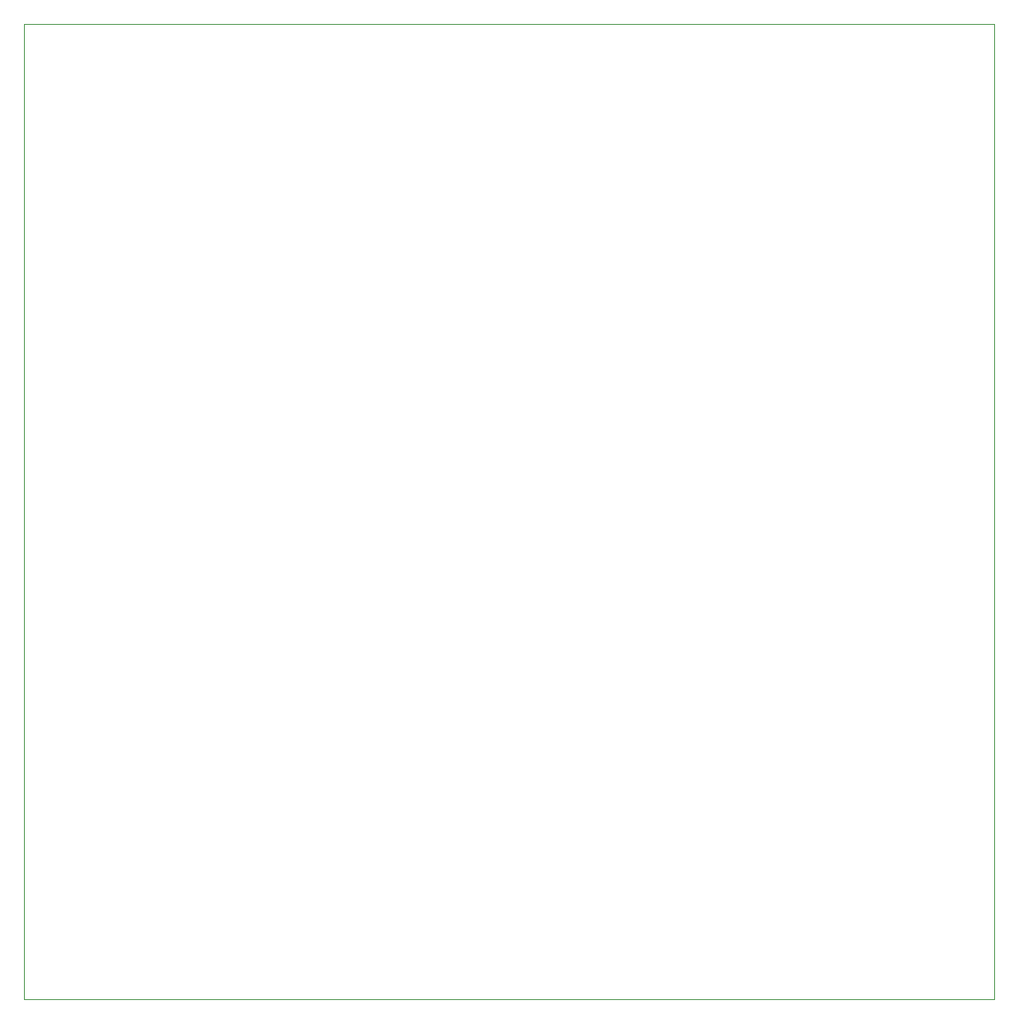
<source format=gbr>
%TF.GenerationSoftware,Altium Limited,Altium Designer,23.10.1 (27)*%
G04 Layer_Color=0*
%FSLAX26Y26*%
%MOIN*%
%TF.SameCoordinates,68AA919C-6303-421A-99F6-747A19599157*%
%TF.FilePolarity,Positive*%
%TF.FileFunction,Profile,NP*%
%TF.Part,Single*%
G01*
G75*
%TA.AperFunction,Profile*%
%ADD74C,0.001000*%
D74*
X0Y0D02*
X3910000D01*
Y3930000D01*
X0D01*
Y0D01*
%TF.MD5,ce1e3dfdf263ea2e5d62e1643b7b9d15*%
M02*

</source>
